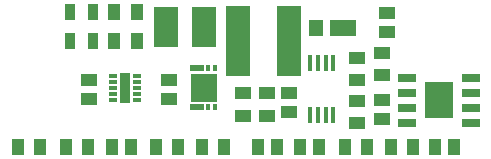
<source format=gbr>
%TF.GenerationSoftware,KiCad,Pcbnew,(5.1.12-1-g0a0a2da680)-1*%
%TF.CreationDate,2021-11-30T19:19:06+01:00*%
%TF.ProjectId,SolarCharger,536f6c61-7243-4686-9172-6765722e6b69,rev?*%
%TF.SameCoordinates,Original*%
%TF.FileFunction,Paste,Top*%
%TF.FilePolarity,Positive*%
%FSLAX46Y46*%
G04 Gerber Fmt 4.6, Leading zero omitted, Abs format (unit mm)*
G04 Created by KiCad (PCBNEW (5.1.12-1-g0a0a2da680)-1) date 2021-11-30 19:19:06*
%MOMM*%
%LPD*%
G01*
G04 APERTURE LIST*
%ADD10R,1.000000X1.450000*%
%ADD11R,1.450000X1.000000*%
%ADD12R,0.900000X1.400000*%
%ADD13R,2.010000X6.000000*%
%ADD14R,2.400000X3.100000*%
%ADD15R,1.525000X0.650000*%
%ADD16R,0.450000X1.400000*%
%ADD17R,2.210000X2.400000*%
%ADD18R,1.200000X0.500000*%
%ADD19R,0.400000X0.500000*%
%ADD20R,0.940000X2.500000*%
%ADD21R,0.700000X0.300000*%
%ADD22R,2.000000X3.500000*%
%ADD23R,1.250000X1.400000*%
%ADD24R,2.300000X1.400000*%
%ADD25R,1.470000X1.020000*%
%ADD26R,1.020000X1.470000*%
G04 APERTURE END LIST*
D10*
%TO.C,R13*%
X112750000Y-53700000D03*
X114650000Y-53700000D03*
%TD*%
D11*
%TO.C,R12*%
X112000000Y-47650000D03*
X112000000Y-45750000D03*
%TD*%
D10*
%TO.C,R11*%
X110750000Y-53700000D03*
X108850000Y-53700000D03*
%TD*%
D11*
%TO.C,R10*%
X109900000Y-49850000D03*
X109900000Y-51750000D03*
%TD*%
%TO.C,R9*%
X109900000Y-48100000D03*
X109900000Y-46200000D03*
%TD*%
%TO.C,R8*%
X100200000Y-51100000D03*
X100200000Y-49200000D03*
%TD*%
%TO.C,R7*%
X102300000Y-51100000D03*
X102300000Y-49200000D03*
%TD*%
D10*
%TO.C,R6*%
X92850000Y-53700000D03*
X94750000Y-53700000D03*
%TD*%
%TO.C,R5*%
X89350000Y-42300000D03*
X91250000Y-42300000D03*
%TD*%
%TO.C,R4*%
X89350000Y-44800000D03*
X91250000Y-44800000D03*
%TD*%
%TO.C,R3*%
X96750000Y-53700000D03*
X98650000Y-53700000D03*
%TD*%
%TO.C,R2*%
X87110000Y-53700000D03*
X85210000Y-53700000D03*
%TD*%
%TO.C,R1*%
X83050000Y-53700000D03*
X81150000Y-53700000D03*
%TD*%
D12*
%TO.C,LED2*%
X87500000Y-42300000D03*
X85600000Y-42300000D03*
%TD*%
%TO.C,LED1*%
X87500000Y-44800000D03*
X85600000Y-44800000D03*
%TD*%
D13*
%TO.C,L1*%
X99850000Y-44800000D03*
X104150000Y-44800000D03*
%TD*%
D14*
%TO.C,IC4*%
X116800000Y-49800000D03*
D15*
X119512000Y-47895000D03*
X119512000Y-49165000D03*
X119512000Y-50435000D03*
X119512000Y-51705000D03*
X114088000Y-51705000D03*
X114088000Y-50435000D03*
X114088000Y-49165000D03*
X114088000Y-47895000D03*
%TD*%
D16*
%TO.C,IC3*%
X107875000Y-51000000D03*
X107225000Y-51000000D03*
X106575000Y-51000000D03*
X105925000Y-51000000D03*
X105925000Y-46600000D03*
X106575000Y-46600000D03*
X107225000Y-46600000D03*
X107875000Y-46600000D03*
%TD*%
D17*
%TO.C,IC2*%
X96900000Y-48730000D03*
D18*
X96350000Y-47080000D03*
D19*
X97300000Y-47080000D03*
X97850000Y-47080000D03*
X97850000Y-50380000D03*
X97300000Y-50380000D03*
D18*
X96350000Y-50380000D03*
%TD*%
D20*
%TO.C,IC1*%
X90250000Y-48767500D03*
D21*
X91250000Y-47767500D03*
X91250000Y-48267500D03*
X91250000Y-48767500D03*
X91250000Y-49267500D03*
X91250000Y-49767500D03*
X89250000Y-49767500D03*
X89250000Y-49267500D03*
X89250000Y-48767500D03*
X89250000Y-48267500D03*
X89250000Y-47767500D03*
%TD*%
D22*
%TO.C,H2*%
X93700000Y-43600000D03*
%TD*%
%TO.C,H1*%
X96900000Y-43600000D03*
%TD*%
D23*
%TO.C,D1*%
X106375000Y-43700000D03*
D24*
X108700000Y-43700000D03*
%TD*%
D25*
%TO.C,C9*%
X112400000Y-42400000D03*
X112400000Y-44000000D03*
%TD*%
D26*
%TO.C,C8*%
X118100000Y-53700000D03*
X116500000Y-53700000D03*
%TD*%
D25*
%TO.C,C7*%
X104100000Y-50800000D03*
X104100000Y-49200000D03*
%TD*%
%TO.C,C6*%
X112000000Y-49800000D03*
X112000000Y-51400000D03*
%TD*%
D26*
%TO.C,C5*%
X106700000Y-53700000D03*
X105100000Y-53700000D03*
%TD*%
%TO.C,C4*%
X101500000Y-53700000D03*
X103100000Y-53700000D03*
%TD*%
D25*
%TO.C,C3*%
X94000000Y-49700000D03*
X94000000Y-48100000D03*
%TD*%
D26*
%TO.C,C2*%
X90780000Y-53700000D03*
X89180000Y-53700000D03*
%TD*%
D25*
%TO.C,C1*%
X87200000Y-49700000D03*
X87200000Y-48100000D03*
%TD*%
M02*

</source>
